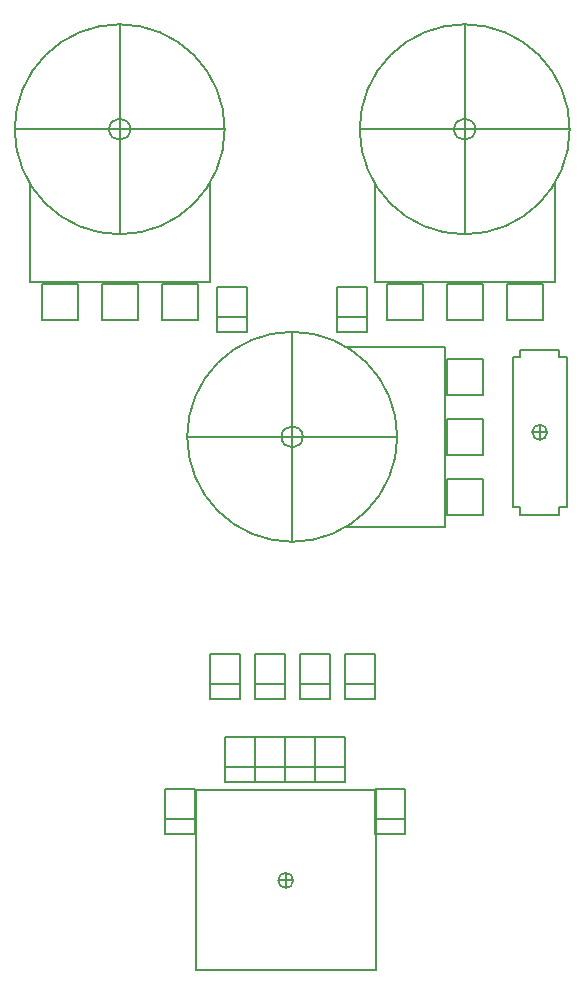
<source format=gbr>
G04 #@! TF.GenerationSoftware,KiCad,Pcbnew,(5.1.6-0-10_14)*
G04 #@! TF.CreationDate,2020-08-10T19:17:23+02:00*
G04 #@! TF.ProjectId,red-lama,7265642d-6c61-46d6-912e-6b696361645f,rev?*
G04 #@! TF.SameCoordinates,Original*
G04 #@! TF.FileFunction,Legend,Bot*
G04 #@! TF.FilePolarity,Positive*
%FSLAX46Y46*%
G04 Gerber Fmt 4.6, Leading zero omitted, Abs format (unit mm)*
G04 Created by KiCad (PCBNEW (5.1.6-0-10_14)) date 2020-08-10 19:17:23*
%MOMM*%
%LPD*%
G01*
G04 APERTURE LIST*
%ADD10C,0.127000*%
%ADD11C,0.152400*%
G04 APERTURE END LIST*
D10*
X225425000Y-103759000D02*
G75*
G03*
X225425000Y-103759000I-635000J0D01*
G01*
D11*
X223139000Y-96774000D02*
X223139000Y-97409000D01*
X226441000Y-96774000D02*
X223139000Y-96774000D01*
X226441000Y-97409000D02*
X226441000Y-96774000D01*
X227076000Y-97409000D02*
X226441000Y-97409000D01*
X227076000Y-110109000D02*
X227076000Y-97409000D01*
X226441000Y-110109000D02*
X227076000Y-110109000D01*
X226441000Y-110744000D02*
X226441000Y-110109000D01*
X223139000Y-110744000D02*
X226441000Y-110744000D01*
X223139000Y-110109000D02*
X223139000Y-110744000D01*
X222504000Y-110109000D02*
X223139000Y-110109000D01*
X222504000Y-97409000D02*
X222504000Y-110109000D01*
X223139000Y-97409000D02*
X222504000Y-97409000D01*
D10*
X224155000Y-103759000D02*
X225425000Y-103759000D01*
X224790000Y-103124000D02*
X224790000Y-104394000D01*
X203921201Y-141700000D02*
G75*
G03*
X203921201Y-141700000I-635000J0D01*
G01*
X202651201Y-141700000D02*
X203921201Y-141700000D01*
X203286201Y-141065000D02*
X203286201Y-142335000D01*
D11*
X210906201Y-149320000D02*
X210906201Y-134080000D01*
X195666201Y-149320000D02*
X210906201Y-149320000D01*
X195666201Y-134080000D02*
X195666201Y-149320000D01*
X210906201Y-134080000D02*
X195666201Y-134080000D01*
D10*
X225044000Y-94234000D02*
X225044000Y-91186000D01*
X221996000Y-94234000D02*
X225044000Y-94234000D01*
X221996000Y-91186000D02*
X221996000Y-94234000D01*
X219964000Y-94234000D02*
X219964000Y-91186000D01*
X216916000Y-94234000D02*
X219964000Y-94234000D01*
X216916000Y-91186000D02*
X216916000Y-94234000D01*
X214884000Y-94234000D02*
X214884000Y-91186000D01*
X211836000Y-94234000D02*
X214884000Y-94234000D01*
X211836000Y-91186000D02*
X211836000Y-94234000D01*
X221996000Y-91186000D02*
X225044000Y-91186000D01*
X216916000Y-91186000D02*
X219964000Y-91186000D01*
X211836000Y-91186000D02*
X214884000Y-91186000D01*
X210820000Y-91059000D02*
X226060000Y-91059000D01*
X209550000Y-78105000D02*
X227330000Y-78105000D01*
X218440000Y-86995000D02*
X218440000Y-69215000D01*
X226060000Y-91059000D02*
X226060000Y-82550000D01*
X210820000Y-82550000D02*
X210820000Y-91059000D01*
X219338000Y-78105000D02*
G75*
G03*
X219338000Y-78105000I-898000J0D01*
G01*
X209550000Y-78105000D02*
G75*
G03*
X218440000Y-86995000I8890000J0D01*
G01*
X218440000Y-86995000D02*
G75*
G03*
X227330000Y-78105000I0J8890000D01*
G01*
X227330000Y-78105002D02*
G75*
G03*
X218440000Y-69215000I-8889901J101D01*
G01*
X218440002Y-69215000D02*
G75*
G03*
X209550000Y-78105000I-101J-8889901D01*
G01*
X219964000Y-97536000D02*
X216916000Y-97536000D01*
X219964000Y-100584000D02*
X219964000Y-97536000D01*
X216916000Y-100584000D02*
X219964000Y-100584000D01*
X219964000Y-102616000D02*
X216916000Y-102616000D01*
X219964000Y-105664000D02*
X219964000Y-102616000D01*
X216916000Y-105664000D02*
X219964000Y-105664000D01*
X219964000Y-107696000D02*
X216916000Y-107696000D01*
X219964000Y-110744000D02*
X219964000Y-107696000D01*
X216916000Y-110744000D02*
X219964000Y-110744000D01*
X216916000Y-100584000D02*
X216916000Y-97536000D01*
X216916000Y-105664000D02*
X216916000Y-102616000D01*
X216916000Y-110744000D02*
X216916000Y-107696000D01*
X216789000Y-111760000D02*
X216789000Y-96520000D01*
X203835000Y-113030000D02*
X203835000Y-95250000D01*
X212725000Y-104140000D02*
X194945000Y-104140000D01*
X216789000Y-96520000D02*
X208280000Y-96520000D01*
X208280000Y-111760000D02*
X216789000Y-111760000D01*
X204733000Y-104140000D02*
G75*
G03*
X204733000Y-104140000I-898000J0D01*
G01*
X203835000Y-113030000D02*
G75*
G03*
X212725000Y-104140000I0J8890000D01*
G01*
X212725000Y-104140000D02*
G75*
G03*
X203835000Y-95250000I-8890000J0D01*
G01*
X203835002Y-95250000D02*
G75*
G03*
X194945000Y-104140000I-101J-8889901D01*
G01*
X194945000Y-104139998D02*
G75*
G03*
X203835000Y-113030000I8889901J-101D01*
G01*
X195834000Y-94234000D02*
X195834000Y-91186000D01*
X192786000Y-94234000D02*
X195834000Y-94234000D01*
X192786000Y-91186000D02*
X192786000Y-94234000D01*
X190754000Y-94234000D02*
X190754000Y-91186000D01*
X187706000Y-94234000D02*
X190754000Y-94234000D01*
X187706000Y-91186000D02*
X187706000Y-94234000D01*
X185674000Y-94234000D02*
X185674000Y-91186000D01*
X182626000Y-94234000D02*
X185674000Y-94234000D01*
X182626000Y-91186000D02*
X182626000Y-94234000D01*
X192786000Y-91186000D02*
X195834000Y-91186000D01*
X187706000Y-91186000D02*
X190754000Y-91186000D01*
X182626000Y-91186000D02*
X185674000Y-91186000D01*
X181610000Y-91059000D02*
X196850000Y-91059000D01*
X180340000Y-78105000D02*
X198120000Y-78105000D01*
X189230000Y-86995000D02*
X189230000Y-69215000D01*
X196850000Y-91059000D02*
X196850000Y-82550000D01*
X181610000Y-82550000D02*
X181610000Y-91059000D01*
X190128000Y-78105000D02*
G75*
G03*
X190128000Y-78105000I-898000J0D01*
G01*
X180340000Y-78105000D02*
G75*
G03*
X189230000Y-86995000I8890000J0D01*
G01*
X189230000Y-86995000D02*
G75*
G03*
X198120000Y-78105000I0J8890000D01*
G01*
X198120000Y-78105002D02*
G75*
G03*
X189230000Y-69215000I-8889901J101D01*
G01*
X189230002Y-69215000D02*
G75*
G03*
X180340000Y-78105000I-101J-8889901D01*
G01*
D11*
X205740000Y-133350000D02*
X205740000Y-132080000D01*
X208280000Y-133350000D02*
X205740000Y-133350000D01*
X208280000Y-132080000D02*
X208280000Y-133350000D01*
X208280000Y-132080000D02*
X208280000Y-129540000D01*
X205740000Y-132080000D02*
X208280000Y-132080000D01*
X205740000Y-129540000D02*
X205740000Y-132080000D01*
X208280000Y-129540000D02*
X205740000Y-129540000D01*
X200660000Y-133350000D02*
X200660000Y-132080000D01*
X203200000Y-133350000D02*
X200660000Y-133350000D01*
X203200000Y-132080000D02*
X203200000Y-133350000D01*
X203200000Y-132080000D02*
X203200000Y-129540000D01*
X200660000Y-132080000D02*
X203200000Y-132080000D01*
X200660000Y-129540000D02*
X200660000Y-132080000D01*
X203200000Y-129540000D02*
X200660000Y-129540000D01*
X193040000Y-137795000D02*
X193040000Y-136525000D01*
X195580000Y-137795000D02*
X193040000Y-137795000D01*
X195580000Y-136525000D02*
X195580000Y-137795000D01*
X195580000Y-136525000D02*
X195580000Y-133985000D01*
X193040000Y-136525000D02*
X195580000Y-136525000D01*
X193040000Y-133985000D02*
X193040000Y-136525000D01*
X195580000Y-133985000D02*
X193040000Y-133985000D01*
X203200000Y-133350000D02*
X203200000Y-132080000D01*
X205740000Y-133350000D02*
X203200000Y-133350000D01*
X205740000Y-132080000D02*
X205740000Y-133350000D01*
X205740000Y-132080000D02*
X205740000Y-129540000D01*
X203200000Y-132080000D02*
X205740000Y-132080000D01*
X203200000Y-129540000D02*
X203200000Y-132080000D01*
X205740000Y-129540000D02*
X203200000Y-129540000D01*
X210820000Y-137795000D02*
X210820000Y-136525000D01*
X213360000Y-137795000D02*
X210820000Y-137795000D01*
X213360000Y-136525000D02*
X213360000Y-137795000D01*
X213360000Y-136525000D02*
X213360000Y-133985000D01*
X210820000Y-136525000D02*
X213360000Y-136525000D01*
X210820000Y-133985000D02*
X210820000Y-136525000D01*
X213360000Y-133985000D02*
X210820000Y-133985000D01*
X198120000Y-133350000D02*
X198120000Y-132080000D01*
X200660000Y-133350000D02*
X198120000Y-133350000D01*
X200660000Y-132080000D02*
X200660000Y-133350000D01*
X200660000Y-132080000D02*
X200660000Y-129540000D01*
X198120000Y-132080000D02*
X200660000Y-132080000D01*
X198120000Y-129540000D02*
X198120000Y-132080000D01*
X200660000Y-129540000D02*
X198120000Y-129540000D01*
X204470000Y-126365000D02*
X204470000Y-125095000D01*
X207010000Y-126365000D02*
X204470000Y-126365000D01*
X207010000Y-125095000D02*
X207010000Y-126365000D01*
X207010000Y-125095000D02*
X207010000Y-122555000D01*
X204470000Y-125095000D02*
X207010000Y-125095000D01*
X204470000Y-122555000D02*
X204470000Y-125095000D01*
X207010000Y-122555000D02*
X204470000Y-122555000D01*
X197485000Y-95250000D02*
X197485000Y-93980000D01*
X200025000Y-95250000D02*
X197485000Y-95250000D01*
X200025000Y-93980000D02*
X200025000Y-95250000D01*
X200025000Y-93980000D02*
X200025000Y-91440000D01*
X197485000Y-93980000D02*
X200025000Y-93980000D01*
X197485000Y-91440000D02*
X197485000Y-93980000D01*
X200025000Y-91440000D02*
X197485000Y-91440000D01*
X200660000Y-126365000D02*
X200660000Y-125095000D01*
X203200000Y-126365000D02*
X200660000Y-126365000D01*
X203200000Y-125095000D02*
X203200000Y-126365000D01*
X203200000Y-125095000D02*
X203200000Y-122555000D01*
X200660000Y-125095000D02*
X203200000Y-125095000D01*
X200660000Y-122555000D02*
X200660000Y-125095000D01*
X203200000Y-122555000D02*
X200660000Y-122555000D01*
X208280000Y-126365000D02*
X208280000Y-125095000D01*
X210820000Y-126365000D02*
X208280000Y-126365000D01*
X210820000Y-125095000D02*
X210820000Y-126365000D01*
X210820000Y-125095000D02*
X210820000Y-122555000D01*
X208280000Y-125095000D02*
X210820000Y-125095000D01*
X208280000Y-122555000D02*
X208280000Y-125095000D01*
X210820000Y-122555000D02*
X208280000Y-122555000D01*
X196850000Y-126365000D02*
X196850000Y-125095000D01*
X199390000Y-126365000D02*
X196850000Y-126365000D01*
X199390000Y-125095000D02*
X199390000Y-126365000D01*
X199390000Y-125095000D02*
X199390000Y-122555000D01*
X196850000Y-125095000D02*
X199390000Y-125095000D01*
X196850000Y-122555000D02*
X196850000Y-125095000D01*
X199390000Y-122555000D02*
X196850000Y-122555000D01*
X207645000Y-95250000D02*
X207645000Y-93980000D01*
X210185000Y-95250000D02*
X207645000Y-95250000D01*
X210185000Y-93980000D02*
X210185000Y-95250000D01*
X210185000Y-93980000D02*
X210185000Y-91440000D01*
X207645000Y-93980000D02*
X210185000Y-93980000D01*
X207645000Y-91440000D02*
X207645000Y-93980000D01*
X210185000Y-91440000D02*
X207645000Y-91440000D01*
M02*

</source>
